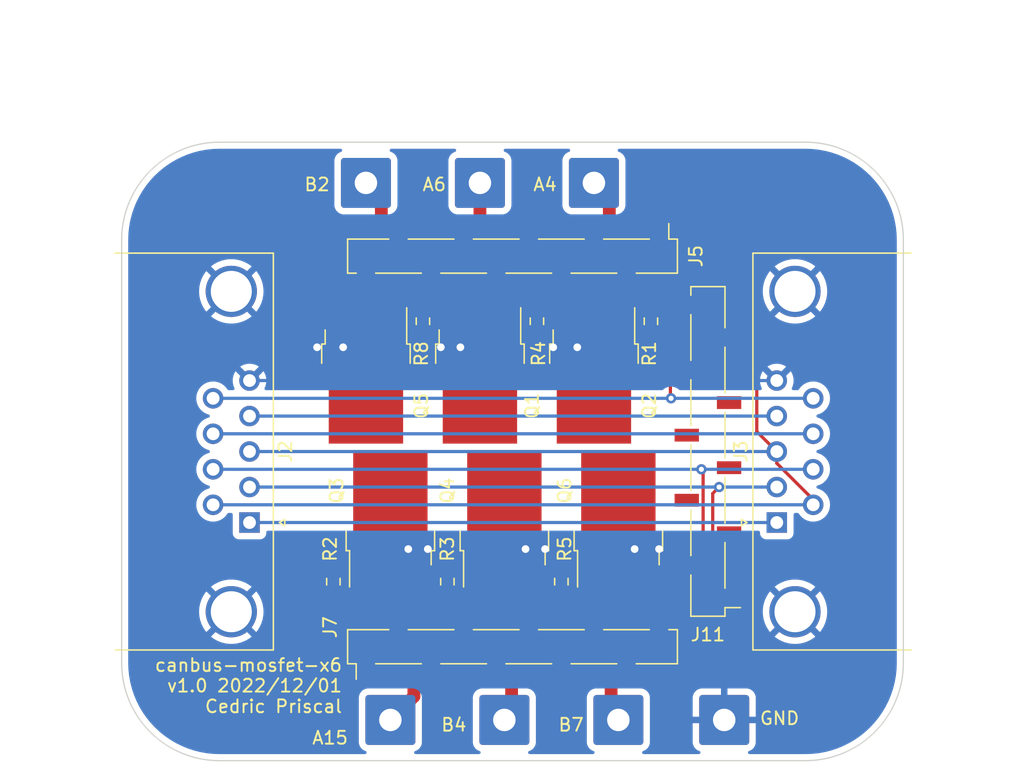
<source format=kicad_pcb>
(kicad_pcb (version 20211014) (generator pcbnew)
  (layers (0 "F.Cu" signal) (31 "B.Cu" signal) (34 "B.Paste" user) (35 "F.Paste" user) (36 "B.SilkS" user "B.Silkscreen") (37 "F.SilkS" user "F.Silkscreen") (38 "B.Mask" user) (39 "F.Mask" user) (44 "Edge.Cuts" user))
  (net 0 "")
  (net 1 "GND")
  (net 2 "Net-(J2-Pad1)")
  (net 3 "CANL")
  (net 4 "CANH")
  (net 5 "Net-(J2-Pad8)")
  (net 6 "PA3")
  (net 7 "PA4")
  (net 8 "Net-(J2-Pad4)")
  (net 9 "PA5")
  (net 10 "Net-(J4-Pad1)")
  (net 11 "PA6")
  (net 12 "PA7")
  (net 13 "PB0")
  (net 14 "Net-(J8-Pad1)")
  (net 15 "PB1")
  (net 16 "PB2")
  (net 17 "PB10")
  (net 18 "PB11")
  (net 19 "GNDPWR")
  (net 20 "Net-(Q1-Pad1)")
  (net 21 "Net-(Q5-Pad1)")
  (net 22 "SWCLK")
  (net 23 "PA15")
  (net 24 "PB3")
  (net 25 "PB4")
  (net 26 "PB5")
  (net 27 "PB6")
  (net 28 "PB7")
  (net 29 "BOOT0")
  (net 30 "PC13")
  (net 31 "PC14")
  (net 32 "PC15")
  (net 33 "~{RESET}")
  (net 34 "PA0")
  (net 35 "PA1")
  (net 36 "PA2")
  (net 37 "3V3")
  (net 38 "VIN")
  (net 39 "Net-(J1-Pad1)")
  (net 40 "Net-(J9-Pad1)")
  (net 41 "Net-(Q2-Pad1)")
  (net 42 "Net-(Q3-Pad1)")
  (net 43 "Net-(J10-Pad1)")
  (net 44 "Net-(J12-Pad1)")
  (net 45 "Net-(Q4-Pad1)")
  (net 46 "Net-(Q6-Pad1)")
  (footprint "Connector_Dsub:DSUB-9_Female_Horizontal_P2.77x2.84mm_EdgePinOffset7.70mm_Housed_MountingHolesOffset9.12mm" (layer "F.Cu") (at 173.490331 139.05 -90)
    (fp_text reference "J2" (at -5.54 -2.8 90) (layer "F.SilkS"))
    (fp_text value "DB9_Female_MountingHoles")
    (fp_line (start -0.25 -2.754338) (end 0.25 -2.754338) (layer "F.SilkS") (width 0.12))
    (fp_line (start 0.25 -2.754338) (end 0 -2.321325) (layer "F.SilkS") (width 0.12))
    (fp_line (start -21.025 10.48) (end -21.025 -1.86) (layer "F.SilkS") (width 0.12))
    (fp_line (start 9.945 -1.86) (end 9.945 10.48) (layer "F.SilkS") (width 0.12))
    (fp_line (start 0 -2.321325) (end -0.25 -2.754338) (layer "F.SilkS") (width 0.12))
    (fp_line (start -21.025 -1.86) (end 9.945 -1.86) (layer "F.SilkS") (width 0.12))
    (pad "0" thru_hole circle (at 6.96 1.42 270) (size 4 4) (drill 3.2) (layers *.Cu *.Mask) (net 19 "GNDPWR"))
    (pad "0" thru_hole circle (at -18.04 1.42 270) (size 4 4) (drill 3.2) (layers *.Cu *.Mask) (net 19 "GNDPWR"))
    (pad "1" thru_hole rect (at 0 0 270) (size 1.6 1.6) (drill 1) (layers *.Cu *.Mask) (net 2 "Net-(J2-Pad1)"))
    (pad "2" thru_hole circle (at -2.77 0 270) (size 1.6 1.6) (drill 1) (layers *.Cu *.Mask) (net 3 "CANL"))
    (pad "3" thru_hole circle (at -5.54 0 270) (size 1.6 1.6) (drill 1) (layers *.Cu *.Mask) (net 1 "GND"))
    (pad "4" thru_hole circle (at -8.31 0 270) (size 1.6 1.6) (drill 1) (layers *.Cu *.Mask) (net 8 "Net-(J2-Pad4)"))
    (pad "5" thru_hole circle (at -11.08 0 270) (size 1.6 1.6) (drill 1) (layers *.Cu *.Mask) (net 19 "GNDPWR"))
    (pad "6" thru_hole circle (at -1.385 2.84 270) (size 1.6 1.6) (drill 1) (layers *.Cu *.Mask) (net 1 "GND"))
    (pad "7" thru_hole circle (at -4.155 2.84 270) (size 1.6 1.6) (drill 1) (layers *.Cu *.Mask) (net 4 "CANH"))
    (pad "8" thru_hole circle (at -6.925 2.84 270) (size 1.6 1.6) (drill 1) (layers *.Cu *.Mask) (net 5 "Net-(J2-Pad8)"))
    (pad "9" thru_hole circle (at -9.695 2.84 270) (size 1.6 1.6) (drill 1) (layers *.Cu *.Mask) (net 38 "VIN"))
  )
  (footprint "Connector_PinSocket_2.54mm:PinSocket_1x10_P2.54mm_Vertical_SMD_Pin1Left" (layer "F.Cu") (at 194 148.74 90)
    (fp_text reference "J7" (at 1.524 -14.224 90) (layer "F.SilkS"))
    (fp_text value "Conn_01x10")
    (fp_line (start -1.33 12.86) (end 1.33 12.86) (layer "F.SilkS") (width 0.12))
    (fp_line (start 1.33 2.03) (end 1.33 5.59) (layer "F.SilkS") (width 0.12))
    (fp_line (start 1.33 12.19) (end 1.33 12.86) (layer "F.SilkS") (width 0.12))
    (fp_line (start 1.33 -12.86) (end 1.33 -9.65) (layer "F.SilkS") (width 0.12))
    (fp_line (start -1.33 -10.67) (end -1.33 -7.11) (layer "F.SilkS") (width 0.12))
    (fp_line (start 1.33 -8.13) (end 1.33 -4.57) (layer "F.SilkS") (width 0.12))
    (fp_line (start 1.33 7.11) (end 1.33 10.67) (layer "F.SilkS") (width 0.12))
    (fp_line (start -1.33 -5.59) (end -1.33 -2.03) (layer "F.SilkS") (width 0.12))
    (fp_line (start 1.33 -3.05) (end 1.33 0.51) (layer "F.SilkS") (width 0.12))
    (fp_line (start -1.33 -12.86) (end -1.33 -12.19) (layer "F.SilkS") (width 0.12))
    (fp_line (start -2.54 -12.19) (end -1.33 -12.19) (layer "F.SilkS") (width 0.12))
    (fp_line (start -1.33 9.65) (end -1.33 12.86) (layer "F.SilkS") (width 0.12))
    (fp_line (start -1.33 4.57) (end -1.33 8.13) (layer "F.SilkS") (width 0.12))
    (fp_line (start -1.33 -0.51) (end -1.33 3.05) (layer "F.SilkS") (width 0.12))
    (fp_line (start -1.33 -12.86) (end 1.33 -12.86) (layer "F.SilkS") (width 0.12))
    (pad "1" smd rect (at -1.65 -11.43 90) (size 1.9 1) (layers "F.Cu" "F.Paste" "F.Mask") (net 22 "SWCLK"))
    (pad "2" smd rect (at 1.65 -8.89 90) (size 1.9 1) (layers "F.Cu" "F.Paste" "F.Mask") (net 23 "PA15"))
    (pad "3" smd rect (at -1.65 -6.35 90) (size 1.9 1) (layers "F.Cu" "F.Paste" "F.Mask") (net 24 "PB3"))
    (pad "4" smd rect (at 1.65 -3.81 90) (size 1.9 1) (layers "F.Cu" "F.Paste" "F.Mask") (net 25 "PB4"))
    (pad "5" smd rect (at -1.65 -1.27 90) (size 1.9 1) (layers "F.Cu" "F.Paste" "F.Mask") (net 26 "PB5"))
    (pad "6" smd rect (at 1.65 1.27 90) (size 1.9 1) (layers "F.Cu" "F.Paste" "F.Mask") (net 27 "PB6"))
    (pad "7" smd rect (at -1.65 3.81 90) (size 1.9 1) (layers "F.Cu" "F.Paste" "F.Mask") (net 28 "PB7"))
    (pad "8" smd rect (at 1.65 6.35 90) (size 1.9 1) (layers "F.Cu" "F.Paste" "F.Mask") (net 29 "BOOT0"))
    (pad "9" smd rect (at -1.65 8.89 90) (size 1.9 1) (layers "F.Cu" "F.Paste" "F.Mask") (net 3 "CANL"))
    (pad "10" smd rect (at 1.65 11.43 90) (size 1.9 1) (layers "F.Cu" "F.Paste" "F.Mask") (net 4 "CANH"))
  )
  (footprint "Package_TO_SOT_SMD:TO-252-2" (layer "F.Cu") (at 202.255 138.775 90)
    (fp_text reference "Q6" (at 2.227 -4.191 90) (layer "F.SilkS"))
    (fp_text value "AOD4184A")
    (fp_line (start -0.97 3.45) (end -2.47 3.45) (layer "F.SilkS") (width 0.12))
    (fp_line (start -2.47 3.18) (end -3.57 3.18) (layer "F.SilkS") (width 0.12))
    (fp_line (start -2.47 -3.45) (end -2.47 -3.18) (layer "F.SilkS") (width 0.12))
    (fp_line (start -0.97 -3.45) (end -2.47 -3.45) (layer "F.SilkS") (width 0.12))
    (fp_line (start -2.47 -3.18) (end -5.3 -3.18) (layer "F.SilkS") (width 0.12))
    (fp_line (start -2.47 3.45) (end -2.47 3.18) (layer "F.SilkS") (width 0.12))
    (pad "1" smd rect (at -4.2 -2.28 90) (size 2.2 1.2) (layers "F.Cu" "F.Paste" "F.Mask") (net 46 "Net-(Q6-Pad1)"))
    (pad "2" smd rect (at 2.1 0 90) (size 6.4 5.8) (layers "F.Cu" "F.Mask") (net 44 "Net-(J12-Pad1)"))
    (pad "3" smd rect (at -4.2 2.28 90) (size 2.2 1.2) (layers "F.Cu" "F.Paste" "F.Mask") (net 19 "GNDPWR"))
  )
  (footprint "Connector_Dsub:DSUB-9_Male_Horizontal_P2.77x2.84mm_EdgePinOffset7.70mm_Housed_MountingHolesOffset9.12mm" (layer "F.Cu") (at 214.609669 139.05 90)
    (fp_text reference "J3" (at 5.54 -2.8 90) (layer "F.SilkS"))
    (fp_text value "DB9_Male_MountingHoles")
    (fp_line (start -9.945 10.48) (end -9.945 -1.86) (layer "F.SilkS") (width 0.12))
    (fp_line (start 21.025 -1.86) (end 21.025 10.48) (layer "F.SilkS") (width 0.12))
    (fp_line (start -0.25 -2.754338) (end 0.25 -2.754338) (layer "F.SilkS") (width 0.12))
    (fp_line (start 0 -2.321325) (end -0.25 -2.754338) (layer "F.SilkS") (width 0.12))
    (fp_line (start 0.25 -2.754338) (end 0 -2.321325) (layer "F.SilkS") (width 0.12))
    (fp_line (start -9.945 -1.86) (end 21.025 -1.86) (layer "F.SilkS") (width 0.12))
    (pad "0" thru_hole circle (at -6.96 1.42 90) (size 4 4) (drill 3.2) (layers *.Cu *.Mask) (net 19 "GNDPWR"))
    (pad "0" thru_hole circle (at 18.04 1.42 90) (size 4 4) (drill 3.2) (layers *.Cu *.Mask) (net 19 "GNDPWR"))
    (pad "1" thru_hole rect (at 0 0 90) (size 1.6 1.6) (drill 1) (layers *.Cu *.Mask) (net 2 "Net-(J2-Pad1)"))
    (pad "2" thru_hole circle (at 2.77 0 90) (size 1.6 1.6) (drill 1) (layers *.Cu *.Mask) (net 3 "CANL"))
    (pad "3" thru_hole circle (at 5.54 0 90) (size 1.6 1.6) (drill 1) (layers *.Cu *.Mask) (net 1 "GND"))
    (pad "4" thru_hole circle (at 8.31 0 90) (size 1.6 1.6) (drill 1) (layers *.Cu *.Mask) (net 8 "Net-(J2-Pad4)"))
    (pad "5" thru_hole circle (at 11.08 0 90) (size 1.6 1.6) (drill 1) (layers *.Cu *.Mask) (net 19 "GNDPWR"))
    (pad "6" thru_hole circle (at 1.385 2.84 90) (size 1.6 1.6) (drill 1) (layers *.Cu *.Mask) (net 1 "GND"))
    (pad "7" thru_hole circle (at 4.155 2.84 90) (size 1.6 1.6) (drill 1) (layers *.Cu *.Mask) (net 4 "CANH"))
    (pad "8" thru_hole circle (at 6.925 2.84 90) (size 1.6 1.6) (drill 1) (layers *.Cu *.Mask) (net 5 "Net-(J2-Pad8)"))
    (pad "9" thru_hole circle (at 9.695 2.84 90) (size 1.6 1.6) (drill 1) (layers *.Cu *.Mask) (net 38 "VIN"))
  )
  (footprint "Connector_Wire:SolderWire-1sqmm_1x01_D1.4mm_OD3.9mm" (layer "F.Cu") (at 202.255 154.455)
    (fp_text reference "J12" hide)
    (fp_text value "Conn_01x01")
    (pad "1" thru_hole roundrect (at 0 0) (size 3.9 3.9) (drill 1.75) (layers *.Cu *.Mask) (roundrect_rratio 0.064103) (net 44 "Net-(J12-Pad1)"))
  )
  (footprint "Package_TO_SOT_SMD:TO-252-2" (layer "F.Cu") (at 184.475 138.775 90)
    (fp_text reference "Q3" (at 2.227 -4.191 90) (layer "F.SilkS"))
    (fp_text value "AOD4184A")
    (fp_line (start -2.47 3.18) (end -3.57 3.18) (layer "F.SilkS") (width 0.12))
    (fp_line (start -2.47 -3.18) (end -5.3 -3.18) (layer "F.SilkS") (width 0.12))
    (fp_line (start -0.97 3.45) (end -2.47 3.45) (layer "F.SilkS") (width 0.12))
    (fp_line (start -2.47 3.45) (end -2.47 3.18) (layer "F.SilkS") (width 0.12))
    (fp_line (start -0.97 -3.45) (end -2.47 -3.45) (layer "F.SilkS") (width 0.12))
    (fp_line (start -2.47 -3.45) (end -2.47 -3.18) (layer "F.SilkS") (width 0.12))
    (pad "1" smd rect (at -4.2 -2.28 90) (size 2.2 1.2) (layers "F.Cu" "F.Paste" "F.Mask") (net 42 "Net-(Q3-Pad1)"))
    (pad "2" smd rect (at 2.1 0 90) (size 6.4 5.8) (layers "F.Cu" "F.Mask") (net 40 "Net-(J9-Pad1)"))
    (pad "3" smd rect (at -4.2 2.28 90) (size 2.2 1.2) (layers "F.Cu" "F.Paste" "F.Mask") (net 19 "GNDPWR"))
  )
  (footprint "Resistor_SMD:R_0603_1608Metric_Pad0.98x0.95mm_HandSolder" (layer "F.Cu") (at 188.92 143.66 90)
    (fp_text reference "R3" (at 2.54 0 90) (layer "F.SilkS"))
    (fp_text value "100")
    (fp_line (start -0.254724 -0.5225) (end 0.254724 -0.5225) (layer "F.SilkS") (width 0.12))
    (fp_line (start -0.254724 0.5225) (end 0.254724 0.5225) (layer "F.SilkS") (width 0.12))
    (pad "1" smd roundrect (at -0.9125 0 90) (size 0.975 0.95) (layers "F.Cu" "F.Paste" "F.Mask") (net 25 "PB4"))
    (pad "2" smd roundrect (at 0.9125 0 90) (size 0.975 0.95) (layers "F.Cu" "F.Paste" "F.Mask") (net 45 "Net-(Q4-Pad1)"))
  )
  (footprint "Resistor_SMD:R_0603_1608Metric_Pad0.98x0.95mm_HandSolder" (layer "F.Cu") (at 195.905 123.34 -90)
    (fp_text reference "R4" (at 2.53 -0.127 90) (layer "F.SilkS"))
    (fp_text value "100")
    (fp_line (start -0.254724 -0.5225) (end 0.254724 -0.5225) (layer "F.SilkS") (width 0.12))
    (fp_line (start -0.254724 0.5225) (end 0.254724 0.5225) (layer "F.SilkS") (width 0.12))
    (pad "1" smd roundrect (at -0.9125 0 270) (size 0.975 0.95) (layers "F.Cu" "F.Paste" "F.Mask") (net 11 "PA6"))
    (pad "2" smd roundrect (at 0.9125 0 270) (size 0.975 0.95) (layers "F.Cu" "F.Paste" "F.Mask") (net 20 "Net-(Q1-Pad1)"))
  )
  (footprint "Package_TO_SOT_SMD:TO-252-2" (layer "F.Cu") (at 191.46 127.59 -90)
    (fp_text reference "Q1" (at 2.354 -4.064 90) (layer "F.SilkS"))
    (fp_text value "AOD4184A")
    (fp_line (start -0.97 -3.45) (end -2.47 -3.45) (layer "F.SilkS") (width 0.12))
    (fp_line (start -2.47 -3.18) (end -5.3 -3.18) (layer "F.SilkS") (width 0.12))
    (fp_line (start -2.47 3.18) (end -3.57 3.18) (layer "F.SilkS") (width 0.12))
    (fp_line (start -2.47 3.45) (end -2.47 3.18) (layer "F.SilkS") (width 0.12))
    (fp_line (start -0.97 3.45) (end -2.47 3.45) (layer "F.SilkS") (width 0.12))
    (fp_line (start -2.47 -3.45) (end -2.47 -3.18) (layer "F.SilkS") (width 0.12))
    (pad "1" smd rect (at -4.2 -2.28 270) (size 2.2 1.2) (layers "F.Cu" "F.Paste" "F.Mask") (net 20 "Net-(Q1-Pad1)"))
    (pad "2" smd rect (at 2.1 0 270) (size 6.4 5.8) (layers "F.Cu" "F.Mask") (net 10 "Net-(J4-Pad1)"))
    (pad "3" smd rect (at -4.2 2.28 270) (size 2.2 1.2) (layers "F.Cu" "F.Paste" "F.Mask") (net 19 "GNDPWR"))
  )
  (footprint "Connector_PinSocket_2.54mm:PinSocket_1x10_P2.54mm_Vertical_SMD_Pin1Left" (layer "F.Cu") (at 209.24 133.5 180)
    (fp_text reference "J11" (at 0 -14.3 180) (layer "F.SilkS"))
    (fp_text value "Conn_01x10")
    (fp_line (start 1.33 -12.86) (end 1.33 -9.65) (layer "F.SilkS") (width 0.12))
    (fp_line (start -1.33 -0.51) (end -1.33 3.05) (layer "F.SilkS") (width 0.12))
    (fp_line (start -1.33 -10.67) (end -1.33 -7.11) (layer "F.SilkS") (width 0.12))
    (fp_line (start -2.54 -12.19) (end -1.33 -12.19) (layer "F.SilkS") (width 0.12))
    (fp_line (start -1.33 12.86) (end 1.33 12.86) (layer "F.SilkS") (width 0.12))
    (fp_line (start -1.33 -5.59) (end -1.33 -2.03) (layer "F.SilkS") (width 0.12))
    (fp_line (start 1.33 7.11) (end 1.33 10.67) (layer "F.SilkS") (width 0.12))
    (fp_line (start 1.33 12.19) (end 1.33 12.86) (layer "F.SilkS") (width 0.12))
    (fp_line (start 1.33 -8.13) (end 1.33 -4.57) (layer "F.SilkS") (width 0.12))
    (fp_line (start -1.33 9.65) (end -1.33 12.86) (layer "F.SilkS") (width 0.12))
    (fp_line (start -1.33 -12.86) (end 1.33 -12.86) (layer "F.SilkS") (width 0.12))
    (fp_line (start -1.33 -12.86) (end -1.33 -12.19) (layer "F.SilkS") (width 0.12))
    (fp_line (start 1.33 2.03) (end 1.33 5.59) (layer "F.SilkS") (width 0.12))
    (fp_line (start -1.33 4.57) (end -1.33 8.13) (layer "F.SilkS") (width 0.12))
    (fp_line (start 1.33 -3.05) (end 1.33 0.51) (layer "F.SilkS") (width 0.12))
    (pad "1" smd rect (at -1.65 -11.43 180) (size 1.9 1) (layers "F.Cu" "F.Paste" "F.Mask") (net 30 "PC13"))
    (pad "2" smd rect (at 1.65 -8.89 180) (size 1.9 1) (layers "F.Cu" "F.Paste" "F.Mask") (net 31 "PC14"))
    (pad "3" smd rect (at -1.65 -6.35 180) (size 1.9 1) (layers "F.Cu" "F.Paste" "F.Mask") (net 32 "PC15"))
    (pad "4" smd rect (at 1.65 -3.81 180) (size 1.9 1) (layers "F.Cu" "F.Paste" "F.Mask") (net 33 "~{RESET}"))
    (pad "5" smd rect (at -1.65 -1.27 180) (size 1.9 1) (layers "F.Cu" "F.Paste" "F.Mask") (net 34 "PA0"))
    (pad "6" smd rect (at 1.65 1.27 180) (size 1.9 1) (layers "F.Cu" "F.Paste" "F.Mask") (net 35 "PA1"))
    (pad "7" smd rect (at -1.65 3.81 180) (size 1.9 1) (layers "F.Cu" "F.Paste" "F.Mask") (net 36 "PA2"))
    (pad "8" smd rect (at 1.65 6.35 180) (size 1.9 1) (layers "F.Cu" "F.Paste" "F.Mask") (net 37 "3V3"))
    (pad "9" smd rect (at -1.65 8.89 180) (size 1.9 1) (layers "F.Cu" "F.Paste" "F.Mask") (net 1 "GND"))
    (pad "10" smd rect (at 1.65 11.43 180) (size 1.9 1) (layers "F.Cu" "F.Paste" "F.Mask") (net 38 "VIN"))
  )
  (footprint "Connector_Wire:SolderWire-1sqmm_1x01_D1.4mm_OD3.9mm" (layer "F.Cu") (at 200.35 112.545 180)
    (fp_text reference "J1" hide)
    (fp_text value "Conn_01x01")
    (pad "1" thru_hole roundrect (at 0 0 180) (size 3.9 3.9) (drill 1.75) (layers *.Cu *.Mask) (roundrect_rratio 0.064103) (net 39 "Net-(J1-Pad1)"))
  )
  (footprint "Connector_Wire:SolderWire-1sqmm_1x01_D1.4mm_OD3.9mm" (layer "F.Cu") (at 184.475 154.455)
    (fp_text reference "J9" hide)
    (fp_text value "Conn_01x01")
    (pad "1" thru_hole roundrect (at 0 0) (size 3.9 3.9) (drill 1.75) (layers *.Cu *.Mask) (roundrect_rratio 0.064103) (net 40 "Net-(J9-Pad1)"))
  )
  (footprint "Connector_Wire:SolderWire-1sqmm_1x01_D1.4mm_OD3.9mm" (layer "F.Cu") (at 193.365 154.455)
    (fp_text reference "J10" hide)
    (fp_text value "Conn_01x01")
    (pad "1" thru_hole roundrect (at 0 0) (size 3.9 3.9) (drill 1.75) (layers *.Cu *.Mask) (roundrect_rratio 0.064103) (net 43 "Net-(J10-Pad1)"))
  )
  (footprint "Package_TO_SOT_SMD:TO-252-2" (layer "F.Cu") (at 200.35 127.59 -90)
    (fp_text reference "Q2" (at 2.354 -4.318 90) (layer "F.SilkS"))
    (fp_text value "AOD4184A")
    (fp_line (start -2.47 3.18) (end -3.57 3.18) (layer "F.SilkS") (width 0.12))
    (fp_line (start -0.97 3.45) (end -2.47 3.45) (layer "F.SilkS") (width 0.12))
    (fp_line (start -2.47 3.45) (end -2.47 3.18) (layer "F.SilkS") (width 0.12))
    (fp_line (start -0.97 -3.45) (end -2.47 -3.45) (layer "F.SilkS") (width 0.12))
    (fp_line (start -2.47 -3.18) (end -5.3 -3.18) (layer "F.SilkS") (width 0.12))
    (fp_line (start -2.47 -3.45) (end -2.47 -3.18) (layer "F.SilkS") (width 0.12))
    (pad "1" smd rect (at -4.2 -2.28 270) (size 2.2 1.2) (layers "F.Cu" "F.Paste" "F.Mask") (net 41 "Net-(Q2-Pad1)"))
    (pad "2" smd rect (at 2.1 0 270) (size 6.4 5.8) (layers "F.Cu" "F.Mask") (net 39 "Net-(J1-Pad1)"))
    (pad "3" smd rect (at -4.2 2.28 270) (size 2.2 1.2) (layers "F.Cu" "F.Paste" "F.Mask") (net 19 "GNDPWR"))
  )
  (footprint "Connector_Wire:SolderWire-1sqmm_1x01_D1.4mm_OD3.9mm" (layer "F.Cu") (at 191.46 112.545 180)
    (fp_text reference "J4" hide)
    (fp_text value "Conn_01x01")
    (pad "1" thru_hole roundrect (at 0 0 180) (size 3.9 3.9) (drill 1.75) (layers *.Cu *.Mask) (roundrect_rratio 0.064103) (net 10 "Net-(J4-Pad1)"))
  )
  (footprint "Resistor_SMD:R_0603_1608Metric_Pad0.98x0.95mm_HandSolder" (layer "F.Cu") (at 197.81 143.66 90)
    (fp_text reference "R5" (at 2.54 0.254 90) (layer "F.SilkS"))
    (fp_text value "100")
    (fp_line (start -0.254724 0.5225) (end 0.254724 0.5225) (layer "F.SilkS") (width 0.12))
    (fp_line (start -0.254724 -0.5225) (end 0.254724 -0.5225) (layer "F.SilkS") (width 0.12))
    (pad "1" smd roundrect (at -0.9125 0 90) (size 0.975 0.95) (layers "F.Cu" "F.Paste" "F.Mask") (net 28 "PB7"))
    (pad "2" smd roundrect (at 0.9125 0 90) (size 0.975 0.95) (layers "F.Cu" "F.Paste" "F.Mask") (net 46 "Net-(Q6-Pad1)"))
  )
  (footprint "Connector_Wire:SolderWire-1sqmm_1x01_D1.4mm_OD3.9mm" (layer "F.Cu") (at 182.57 112.545 180)
    (fp_text reference "J8" hide)
    (fp_text value "Conn_01x01")
    (pad "1" thru_hole roundrect (at 0 0 180) (size 3.9 3.9) (drill 1.75) (layers *.Cu *.Mask) (roundrect_rratio 0.064103) (net 14 "Net-(J8-Pad1)"))
  )
  (footprint "Resistor_SMD:R_0603_1608Metric_Pad0.98x0.95mm_HandSolder" (layer "F.Cu") (at 204.795 123.34 -90)
    (fp_text reference "R1" (at 2.54 0.127 90) (layer "F.SilkS"))
    (fp_text value "100")
    (fp_line (start -0.254724 0.5225) (end 0.254724 0.5225) (layer "F.SilkS") (width 0.12))
    (fp_line (start -0.254724 -0.5225) (end 0.254724 -0.5225) (layer "F.SilkS") (width 0.12))
    (pad "1" smd roundrect (at -0.9125 0 270) (size 0.975 0.95) (layers "F.Cu" "F.Paste" "F.Mask") (net 7 "PA4"))
    (pad "2" smd roundrect (at 0.9125 0 270) (size 0.975 0.95) (layers "F.Cu" "F.Paste" "F.Mask") (net 41 "Net-(Q2-Pad1)"))
  )
  (footprint "Connector_PinSocket_2.54mm:PinSocket_1x10_P2.54mm_Vertical_SMD_Pin1Left" (layer "F.Cu") (at 194 118.26 -90)
    (fp_text reference "J5" (at 0 -14.3 -90) (layer "F.SilkS"))
    (fp_text value "Conn_01x10")
    (fp_line (start 1.33 12.19) (end 1.33 12.86) (layer "F.SilkS") (width 0.12))
    (fp_line (start -1.33 -0.51) (end -1.33 3.05) (layer "F.SilkS") (width 0.12))
    (fp_line (start -1.33 4.57) (end -1.33 8.13) (layer "F.SilkS") (width 0.12))
    (fp_line (start -1.33 -5.59) (end -1.33 -2.03) (layer "F.SilkS") (width 0.12))
    (fp_line (start -1.33 12.86) (end 1.33 12.86) (layer "F.SilkS") (width 0.12))
    (fp_line (start 1.33 2.03) (end 1.33 5.59) (layer "F.SilkS") (width 0.12))
    (fp_line (start -1.33 -12.86) (end -1.33 -12.19) (layer "F.SilkS") (width 0.12))
    (fp_line (start 1.33 7.11) (end 1.33 10.67) (layer "F.SilkS") (width 0.12))
    (fp_line (start -2.54 -12.19) (end -1.33 -12.19) (layer "F.SilkS") (width 0.12))
    (fp_line (start 1.33 -12.86) (end 1.33 -9.65) (layer "F.SilkS") (width 0.12))
    (fp_line (start -1.33 -10.67) (end -1.33 -7.11) (layer "F.SilkS") (width 0.12))
    (fp_line (start -1.33 -12.86) (end 1.33 -12.86) (layer "F.SilkS") (width 0.12))
    (fp_line (start 1.33 -8.13) (end 1.33 -4.57) (layer "F.SilkS") (width 0.12))
    (fp_line (start -1.33 9.65) (end -1.33 12.86) (layer "F.SilkS") (width 0.12))
    (fp_line (start 1.33 -3.05) (end 1.33 0.51) (layer "F.SilkS") (width 0.12))
    (pad "1" smd rect (at -1.65 -11.43 270) (size 1.9 1) (layers "F.Cu" "F.Paste" "F.Mask") (net 6 "PA3"))
    (pad "2" smd rect (at 1.65 -8.89 270) (size 1.9 1) (layers "F.Cu" "F.Paste" "F.Mask") (net 7 "PA4"))
    (pad "3" smd rect (at -1.65 -6.35 270) (size 1.9 1) (layers "F.Cu" "F.Paste" "F.Mask") (net 9 "PA5"))
    (pad "4" smd rect (at 1.65 -3.81 270) (size 1.9 1) (layers "F.Cu" "F.Paste" "F.Mask") (net 11 "PA6"))
    (pad "5" smd rect (at -1.65 -1.27 270) (size 1.9 1) (layers "F.Cu" "F.Paste" "F.Mask") (net 12 "PA7"))
    (pad "6" smd rect (at 1.65 1.27 270) (size 1.9 1) (layers "F.Cu" "F.Paste" "F.Mask") (net 13 "PB0"))
    (pad "7" smd rect (at -1.65 3.81 270) (size 1.9 1) (layers "F.Cu" "F.Paste" "F.Mask") (net 15 "PB1"))
    (pad "8" smd rect (at 1.65 6.35 270) (size 1.9 1) (layers "F.Cu" "F.Paste" "F.Mask") (net 16 "PB2"))
    (pad "9" smd rect (at -1.65 8.89 270) (size 1.9 1) (layers "F.Cu" "F.Paste" "F.Mask") (net 17 "PB10"))
    (pad "10" smd rect (at 1.65 11.43 270) (size 1.9 1) (layers "F.Cu" "F.Paste" "F.Mask") (net 18 "PB11"))
  )
  (footprint "Resistor_SMD:R_0603_1608Metric_Pad0.98x0.95mm_HandSolder" (layer "F.Cu") (at 187.015 123.34 -90)
    (fp_text reference "R8" (at 2.54 0.127 90) (layer "F.SilkS"))
    (fp_text value "100")
    (fp_line (start -0.254724 0.5225) (end 0.254724 0.5225) (layer "F.SilkS") (width 0.12))
    (fp_line (start -0.254724 -0.5225) (end 0.254724 -0.5225) (layer "F.SilkS") (width 0.12))
    (pad "1" smd roundrect (at -0.9125 0 270) (size 0.975 0.95) (layers "F.Cu" "F.Paste" "F.Mask") (net 16 "PB2"))
    (pad "2" smd roundrect (at 0.9125 0 270) (size 0.975 0.95) (layers "F.Cu" "F.Paste" "F.Mask") (net 21 "Net-(Q5-Pad1)"))
  )
  (footprint "Package_TO_SOT_SMD:TO-252-2" (layer "F.Cu") (at 182.57 127.59 -90)
    (fp_text reference "Q5" (at 2.354 -4.318 90) (layer "F.SilkS"))
    (fp_text value "AOD4184A")
    (fp_line (start -2.47 -3.45) (end -2.47 -3.18) (layer "F.SilkS") (width 0.12))
    (fp_line (start -0.97 -3.45) (end -2.47 -3.45) (layer "F.SilkS") (width 0.12))
    (fp_line (start -2.47 3.45) (end -2.47 3.18) (layer "F.SilkS") (width 0.12))
    (fp_line (start -2.47 -3.18) (end -5.3 -3.18) (layer "F.SilkS") (width 0.12))
    (fp_line (start -2.47 3.18) (end -3.57 3.18) (layer "F.SilkS") (width 0.12))
    (fp_line (start -0.97 3.45) (end -2.47 3.45) (layer "F.SilkS") (width 0.12))
    (pad "1" smd rect (at -4.2 -2.28 270) (size 2.2 1.2) (layers "F.Cu" "F.Paste" "F.Mask") (net 21 "Net-(Q5-Pad1)"))
    (pad "2" smd rect (at 2.1 0 270) (size 6.4 5.8) (layers "F.Cu" "F.Mask") (net 14 "Net-(J8-Pad1)"))
    (pad "3" smd rect (at -4.2 2.28 270) (size 2.2 1.2) (layers "F.Cu" "F.Paste" "F.Mask") (net 19 "GNDPWR"))
  )
  (footprint "Connector_Wire:SolderWire-1sqmm_1x01_D1.4mm_OD3.9mm" (layer "F.Cu") (at 210.51 154.455)
    (fp_text reference "J6" hide)
    (fp_text value "Conn_01x01")
    (pad "1" thru_hole roundrect (at 0 0) (size 3.9 3.9) (drill 1.75) (layers *.Cu *.Mask) (roundrect_rratio 0.064103) (net 19 "GNDPWR"))
  )
  (footprint "Package_TO_SOT_SMD:TO-252-2" (layer "F.Cu") (at 193.365 138.775 90)
    (fp_text reference "Q4" (at 2.227 -4.445 90) (layer "F.SilkS"))
    (fp_text value "AOD4184A")
    (fp_line (start -2.47 -3.45) (end -2.47 -3.18) (layer "F.SilkS") (width 0.12))
    (fp_line (start -2.47 3.45) (end -2.47 3.18) (layer "F.SilkS") (width 0.12))
    (fp_line (start -2.47 -3.18) (end -5.3 -3.18) (layer "F.SilkS") (width 0.12))
    (fp_line (start -0.97 3.45) (end -2.47 3.45) (layer "F.SilkS") (width 0.12))
    (fp_line (start -0.97 -3.45) (end -2.47 -3.45) (layer "F.SilkS") (width 0.12))
    (fp_line (start -2.47 3.18) (end -3.57 3.18) (layer "F.SilkS") (width 0.12))
    (pad "1" smd rect (at -4.2 -2.28 90) (size 2.2 1.2) (layers "F.Cu" "F.Paste" "F.Mask") (net 45 "Net-(Q4-Pad1)"))
    (pad "2" smd rect (at 2.1 0 90) (size 6.4 5.8) (layers "F.Cu" "F.Mask") (net 43 "Net-(J10-Pad1)"))
    (pad "3" smd rect (at -4.2 2.28 90) (size 2.2 1.2) (layers "F.Cu" "F.Paste" "F.Mask") (net 19 "GNDPWR"))
  )
  (footprint "Resistor_SMD:R_0603_1608Metric_Pad0.98x0.95mm_HandSolder" (layer "F.Cu") (at 180.03 143.66 90)
    (fp_text reference "R2" (at 2.54 -0.254 90) (layer "F.SilkS"))
    (fp_text value "100")
    (fp_line (start -0.254724 -0.5225) (end 0.254724 -0.5225) (layer "F.SilkS") (width 0.12))
    (fp_line (start -0.254724 0.5225) (end 0.254724 0.5225) (layer "F.SilkS") (width 0.12))
    (pad "1" smd roundrect (at -0.9125 0 90) (size 0.975 0.95) (layers "F.Cu" "F.Paste" "F.Mask") (net 23 "PA15"))
    (pad "2" smd roundrect (at 0.9125 0 90) (size 0.975 0.95) (layers "F.Cu" "F.Paste" "F.Mask") (net 42 "Net-(Q3-Pad1)"))
  )
  (gr_arc (start 224.48 150.01) (mid 222.248154 155.398154) (end 216.86 157.63) (layer "Edge.Cuts") (width 0.1))
  (gr_line (start 171.14 157.63) (end 216.86 157.63) (layer "Edge.Cuts") (width 0.1))
  (gr_arc (start 171.14 157.63) (mid 165.751846 155.398154) (end 163.52 150.01) (layer "Edge.Cuts") (width 0.1))
  (gr_arc (start 163.52 116.99) (mid 165.751846 111.601846) (end 171.14 109.37) (layer "Edge.Cuts") (width 0.1))
  (gr_arc (start 216.86 109.37) (mid 222.248154 111.601846) (end 224.48 116.99) (layer "Edge.Cuts") (width 0.1))
  (gr_line (start 216.86 109.37) (end 171.14 109.37) (layer "Edge.Cuts") (width 0.1))
  (gr_line (start 224.48 150.01) (end 224.48 116.99) (layer "Edge.Cuts") (width 0.1))
  (gr_line (start 163.52 116.99) (end 163.52 150.01) (layer "Edge.Cuts") (width 0.1))
  (gr_text "B7" (at 198.572 154.836) (layer "F.SilkS") (effects (font (size 1 1))))
  (gr_text "A6" (at 187.904 112.672) (layer "F.SilkS") (effects (font (size 1 1))))
  (gr_text "B4" (at 189.428 154.836) (layer "F.SilkS") (effects (font (size 1 1))))
  (gr_text "B2" (at 178.76 112.672) (layer "F.SilkS") (effects (font (size 1 1))))
  (gr_text "A15" (at 179.776 155.852) (layer "F.SilkS") (effects (font (size 1 1))))
  (gr_text "A4" (at 196.54 112.672) (layer "F.SilkS") (effects (font (size 1 1))))
  (gr_text "canbus-mosfet-x6\nv1.0 2022/12/01\nCedric Priscal" (at 180.792 151.788) (layer "F.SilkS") (effects (font (size 1 1)) (justify right)))
  (gr_text "GND" (at 214.828 154.328) (layer "F.SilkS") (effects (font (size 1 1))))
  (segment (start 214.609669 134.424669) (end 214.609669 133.51) (width 0.25) (layer "F.Cu") (net 1))
  (segment (start 217.449669 137.665) (end 217.449669 137.264669) (width 0.25) (layer "F.Cu") (net 1))
  (segment (start 213.05 131.950331) (end 214.609669 133.51) (width 0.25) (layer "F.Cu") (net 1))
  (segment (start 213.05 126.77) (end 213.05 131.950331) (width 0.25) (layer "F.Cu") (net 1))
  (segment (start 217.449669 137.264669) (end 214.609669 134.424669) (width 0.25) (layer "F.Cu") (net 1))
  (segment (start 210.89 124.61) (end 213.05 126.77) (width 0.25) (layer "F.Cu") (net 1))
  (segment (start 173.490331 133.51) (end 214.609669 133.51) (width 0.25) (layer "B.Cu") (net 1))
  (segment (start 217.449669 137.665) (end 170.650331 137.665) (width 0.25) (layer "B.Cu") (net 1))
  (segment (start 173.490331 139.05) (end 214.609669 139.05) (width 0.25) (layer "B.Cu") (net 2))
  (segment (start 209.615 136.78) (end 210.115 136.28) (width 0.25) (layer "F.Cu") (net 3))
  (segment (start 202.89 150.39) (end 204.23 150.39) (width 0.25) (layer "F.Cu") (net 3))
  (segment (start 209.615 145.005) (end 209.615 136.78) (width 0.25) (layer "F.Cu") (net 3))
  (segment (start 204.23 150.39) (end 209.615 145.005) (width 0.25) (layer "F.Cu") (net 3))
  (via (at 210.115 136.28) (size 0.8) (drill 0.4) (layers "F.Cu" "B.Cu") (net 3))
  (segment (start 173.490331 136.28) (end 210.115 136.28) (width 0.25) (layer "B.Cu") (net 3))
  (segment (start 210.115 136.28) (end 214.609669 136.28) (width 0.25) (layer "B.Cu") (net 3))
  (segment (start 205.43 147.09) (end 208.865 143.655) (width 0.25) (layer "F.Cu") (net 4))
  (segment (start 208.865 143.655) (end 208.865 135.03) (width 0.25) (layer "F.Cu") (net 4))
  (segment (start 208.865 135.03) (end 208.73 134.895) (width 0.25) (layer "F.Cu") (net 4))
  (via (at 208.73 134.895) (size 0.8) (drill 0.4) (layers "F.Cu" "B.Cu") (net 4))
  (segment (start 217.449669 134.895) (end 208.73 134.895) (width 0.25) (layer "B.Cu") (net 4))
  (segment (start 208.73 134.895) (end 170.650331 134.895) (width 0.25) (layer "B.Cu") (net 4))
  (segment (start 217.449669 132.125) (end 170.650331 132.125) (width 0.25) (layer "B.Cu") (net 5))
  (segment (start 204.795 121.815) (end 202.89 119.91) (width 0.25) (layer "F.Cu") (net 7))
  (segment (start 204.795 122.4275) (end 204.795 121.815) (width 0.25) (layer "F.Cu") (net 7))
  (segment (start 173.490331 130.74) (end 214.609669 130.74) (width 0.25) (layer "B.Cu") (net 8))
  (segment (start 191.46 129.69) (end 191.46 112.545) (width 1) (layer "F.Cu") (net 10))
  (segment (start 195.905 122.4275) (end 195.905 121.815) (width 0.25) (layer "F.Cu") (net 11))
  (segment (start 195.905 121.815) (end 197.81 119.91) (width 0.25) (layer "F.Cu") (net 11))
  (segment (start 183.77 121.56) (end 183.77 113.745) (width 1) (layer "F.Cu") (net 14))
  (segment (start 182.57 129.69) (end 182.57 122.76) (width 1) (layer "F.Cu") (net 14))
  (segment (start 183.77 113.745) (end 182.57 112.545) (width 1) (layer "F.Cu") (net 14))
  (segment (start 182.57 122.76) (end 183.77 121.56) (width 1) (layer "F.Cu") (net 14))
  (segment (start 187.65 121.7925) (end 187.65 119.91) (width 0.25) (layer "F.Cu") (net 16))
  (segment (start 187.015 122.4275) (end 187.65 121.7925) (width 0.25) (layer "F.Cu") (net 16))
  (segment (start 189.18 124.604) (end 189.18 123.39) (width 1) (layer "F.Cu") (net 19))
  (segment (start 179.522 125.372) (end 180.29 124.604) (width 1) (layer "F.Cu") (net 19))
  (segment (start 180.792 125.372) (end 180.29 124.87) (width 1) (layer "F.Cu") (net 19))
  (segment (start 199.0505 125.372) (end 198.064 124.3855) (width 1) (layer "F.Cu") (net 19))
  (segment (start 198.064 124.3855) (end 198.064 123.396) (width 1) (layer "F.Cu") (net 19))
  (segment (start 197.175 125.372) (end 198.07 124.477) (width 1) (layer "F.Cu") (net 19))
  (segment (start 180.29 124.87) (end 180.29 123.39) (width 1) (layer "F.Cu") (net 19))
  (segment (start 189.936 125.372) (end 189.18 124.616) (width 1) (layer "F.Cu") (net 19))
  (segment (start 198.07 124.477) (end 198.07 123.39) (width 1) (layer "F.Cu") (net 19))
  (segment (start 203.652 141.12) (end 204.535 142.003) (width 1) (layer "F.Cu") (net 19))
  (segment (start 195.645 142.015) (end 195.645 142.975) (width 1) (layer "F.Cu") (net 19))
  (segment (start 204.535 142.015) (end 204.535 142.975) (width 1) (layer "F.Cu") (net 19))
  (segment (start 185.872 141.12) (end 186.755 142.003) (width 1) (layer "F.Cu") (net 19))
  (segment (start 189.18 124.616) (end 189.18 123.39) (width 1) (layer "F.Cu") (net 19))
  (segment (start 187.396 141.12) (end 186.755 141.761) (width 1) (layer "F.Cu") (net 19))
  (segment (start 188.412 125.372) (end 189.18 124.604) (width 1) (layer "F.Cu") (net 19))
  (segment (start 198.064 123.396) (end 198.07 123.39) (width 1) (layer "F.Cu") (net 19))
  (segment (start 196.54 141.12) (end 195.645 142.015) (width 1) (layer "F.Cu") (net 19))
  (segment (start 204.535 142.003) (end 204.535 142.975) (width 1) (layer "F.Cu") (net 19))
  (segment (start 180.29 124.604) (end 180.29 123.39) (width 1) (layer "F.Cu") (net 19))
  (segment (start 203.525 141.12) (end 203.652 141.12) (width 1) (layer "F.Cu") (net 19))
  (segment (start 195.016 141.12) (end 195.645 141.749) (width 1) (layer "F.Cu") (net 19))
  (segment (start 205.43 141.12) (end 204.535 142.015) (width 1) (layer "F.Cu") (net 19))
  (segment (start 178.76 125.372) (end 179.522 125.372) (width 1) (layer "F.Cu") (net 19))
  (segment (start 195.645 141.749) (end 195.645 142.975) (width 1) (layer "F.Cu") (net 19))
  (via (at 188.412 125.372) (size 1.2) (drill 0.6) (layers "F.Cu" "B.Cu") (net 19))
  (via (at 205.43 141.12) (size 1.2) (drill 0.6) (layers "F.Cu" "B.Cu") (net 19))
  (via (at 196.54 141.12) (size 1.2) (drill 0.6) (layers "F.Cu" "B.Cu") (net 19))
  (via (at 199.0505 125.372) (size 1.2) (drill 0.6) (layers "F.Cu" "B.Cu") (net 19))
  (via (at 195.016 141.12) (size 1.2) (drill 0.6) (layers "F.Cu" "B.Cu") (net 19))
  (via (at 203.525 141.12) (size 1.2) (drill 0.6) (layers "F.Cu" "B.Cu") (net 19))
  (via (at 189.936 125.372) (size 1.2) (drill 0.6) (layers "F.Cu" "B.Cu") (net 19))
  (via (at 187.396 141.12) (size 1.2) (drill 0.6) (layers "F.Cu" "B.Cu") (net 19))
  (via (at 178.76 125.372) (size 1.2) (drill 0.6) (layers "F.Cu" "B.Cu") (net 19))
  (via (at 197.175 125.372) (size 1.2) (drill 0.6) (layers "F.Cu" "B.Cu") (net 19))
  (via (at 185.872 141.12) (size 1.2) (drill 0.6) (layers "F.Cu" "B.Cu") (net 19))
  (via (at 180.792 125.372) (size 1.2) (drill 0.6) (layers "F.Cu" "B.Cu") (net 19))
  (segment (start 203.525 141.12) (end 205.43 141.12) (width 1) (layer "B.Cu") (net 19))
  (segment (start 214.609669 127.97) (end 173.490331 127.97) (width 0.25) (layer "B.Cu") (net 19))
  (segment (start 195.905 124.2525) (end 195.0425 123.39) (width 0.25) (layer "F.Cu") (net 20))
  (segment (start 195.0425 123.39) (end 193.74 123.39) (width 0.25) (layer "F.Cu") (net 20))
  (segment (start 187.015 124.2525) (end 186.1525 123.39) (width 0.25) (layer "F.Cu") (net 21))
  (segment (start 186.1525 123.39) (end 184.85 123.39) (width 0.25) (layer "F.Cu") (net 21))
  (segment (start 185.11 147.09) (end 182.5475 147.09) (width 0.25) (layer "F.Cu") (net 23))
  (segment (start 182.5475 147.09) (end 180.03 144.5725) (width 0.25) (layer "F.Cu") (net 23))
  (segment (start 190.19 145.8425) (end 190.19 147.09) (width 0.25) (layer "F.Cu") (net 25))
  (segment (start 188.92 144.5725) (end 190.19 145.8425) (width 0.25) (layer "F.Cu") (net 25))
  (segment (start 197.81 144.5725) (end 197.81 150.39) (width 0.25) (layer "F.Cu") (net 28))
  (segment (start 206.315 124.095) (end 206.315 129.305) (width 0.25) (layer "F.Cu") (net 38))
  (segment (start 207.59 122.82) (end 206.315 124.095) (width 0.25) (layer "F.Cu") (net 38))
  (segment (start 207.59 122.07) (end 207.59 122.82) (width 0.25) (layer "F.Cu") (net 38))
  (segment (start 206.315 129.305) (end 206.365 129.355) (width 0.25) (layer "F.Cu") (net 38))
  (via (at 206.365 129.355) (size 0.8) (drill 0.4) (layers "F.Cu" "B.Cu") (net 38))
  (segment (start 217.449669 129.355) (end 206.365 129.355) (width 0.25) (layer "B.Cu") (net 38))
  (segment (start 206.365 129.355) (end 170.650331 129.355) (width 0.25) (layer "B.Cu") (net 38))
  (segment (start 200.35 119.46) (end 201.55 118.26) (width 1) (layer "F.Cu") (net 39))
  (segment (start 201.55 118.26) (end 201.55 113.745) (width 1) (layer "F.Cu") (net 39))
  (segment (start 200.35 129.69) (end 200.35 119.46) (width 1) (layer "F.Cu") (net 39))
  (segment (start 201.55 113.745) (end 200.35 112.545) (width 1) (layer "F.Cu") (net 39))
  (segment (start 184.445 142.486522) (end 184.445 143.575) (width 1) (layer "F.Cu") (net 40))
  (segment (start 184.475 136.675) (end 184.475 142.456522) (width 1) (layer "F.Cu") (net 40))
  (segment (start 186.31 152.62) (end 184.475 154.455) (width 1) (layer "F.Cu") (net 40))
  (segment (start 186.31 145.44) (end 186.31 152.62) (width 1) (layer "F.Cu") (net 40))
  (segment (start 184.475 142.456522) (end 184.445 142.486522) (width 1) (layer "F.Cu") (net 40))
  (segment (start 184.445 143.575) (end 186.31 145.44) (width 1) (layer "F.Cu") (net 40))
  (segment (start 204.795 124.2525) (end 203.9325 123.39) (width 0.25) (layer "F.Cu") (net 41))
  (segment (start 203.9325 123.39) (end 202.63 123.39) (width 0.25) (layer "F.Cu") (net 41))
  (segment (start 181.9675 142.7475) (end 182.195 142.975) (width 0.25) (layer "F.Cu") (net 42))
  (segment (start 180.03 142.7475) (end 181.9675 142.7475) (width 0.25) (layer "F.Cu") (net 42))
  (segment (start 193.93 147.47) (end 193.93 153.89) (width 1) (layer "F.Cu") (net 43))
  (segment (start 193.365 146.905) (end 193.93 147.47) (width 1) (layer "F.Cu") (net 43))
  (segment (start 193.365 136.675) (end 193.365 146.905) (width 1) (layer "F.Cu") (net 43))
  (segment (start 193.93 153.89) (end 193.365 154.455) (width 1) (layer "F.Cu") (net 43))
  (segment (start 201.69 137.24) (end 201.69 153.89) (width 1) (layer "F.Cu") (net 44))
  (segment (start 202.255 136.675) (end 201.69 137.24) (width 1) (layer "F.Cu") (net 44))
  (segment (start 201.69 153.89) (end 202.255 154.455) (width 1) (layer "F.Cu") (net 44))
  (segment (start 188.92 142.7475) (end 190.8575 142.7475) (width 0.25) (layer "F.Cu") (net 45))
  (segment (start 190.8575 142.7475) (end 191.085 142.975) (width 0.25) (layer "F.Cu") (net 45))
  (segment (start 197.81 142.7475) (end 199.7475 142.7475) (width 0.25) (layer "F.Cu") (net 46))
  (segment (start 199.7475 142.7475) (end 199.975 142.975) (width 0.25) (layer "F.Cu") (net 46))
  (zone (net 19) (net_name "GNDPWR") (layer "B.Cu") (connect_pads (clearance 0.508)) (min_thickness 0.254) (fill yes (thermal_gap 0.508) (thermal_bridge_width 0.508))
    (polygon (pts (xy 225.115 158.265) (xy 162.885 158.265) (xy 162.885 108.735) (xy 225.115 108.735)))
  )
)
</source>
